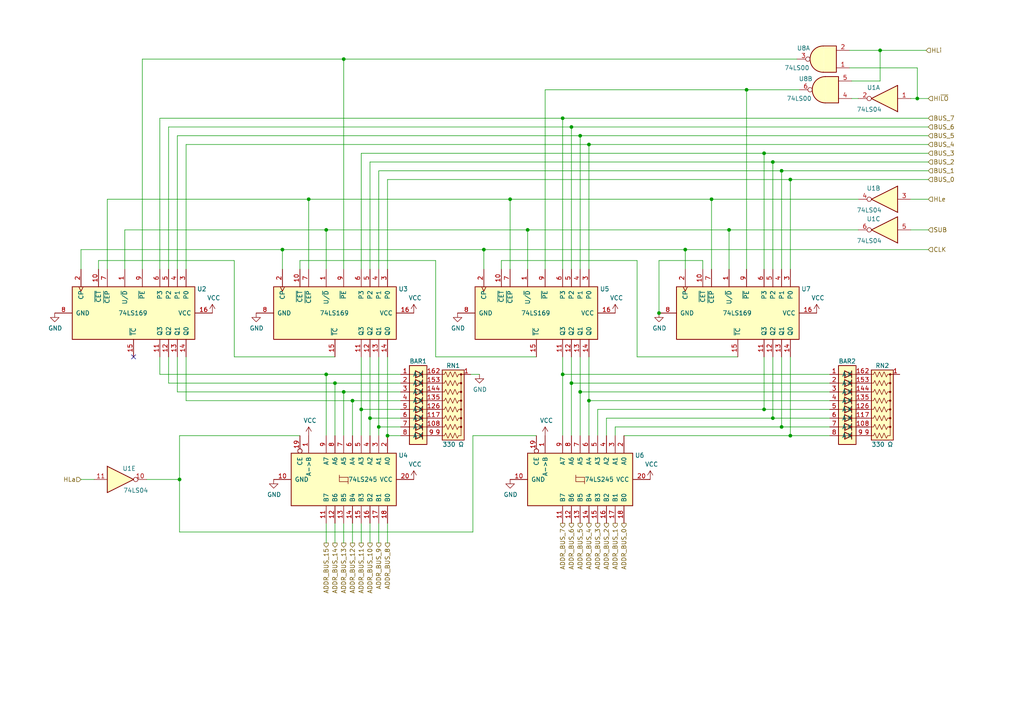
<source format=kicad_sch>
(kicad_sch (version 20211123) (generator eeschema)
  (paper "A4")
  (title_block (title "HL Register") (comment 1 "HLi - read in from data bus to byte according to HI~LO~") (comment 2 "HLe - increment or decrement according to SUB") (comment 3 "HLa - write register value to address bus"))
  (lib_symbols
    (symbol "74xx:74LS00" (pin_names (offset 1.016))
      (property "Reference" "U" (at 0 1.27 0))
      (property "Value" "74LS00" (at 0 -1.27 0))
      (symbol "74LS00_1_1"
        (arc (start 0 -3.81) (mid 3.81 0) (end 0 3.81) (stroke (width 0.254)) (fill (type background)))
        (polyline (pts (xy 0 3.81) (xy -3.81 3.81) (xy -3.81 -3.81) (xy 0 -3.81)) (stroke (width 0.254)) (fill (type background)))
        (pin input line (at -7.62 2.54 0) (length 3.81) (name "~") (number "1"))
        (pin input line (at -7.62 -2.54 0) (length 3.81) (name "~") (number "2"))
        (pin output inverted (at 7.62 0 180) (length 3.81) (name "~") (number "3"))
      )
      (symbol "74LS00_1_2"
        (arc (start -3.81 -3.81) (mid -2.589 0) (end -3.81 3.81) (stroke (width 0.254)))
        (arc (start -0.6096 -3.81) (mid 2.1855 -2.584) (end 3.81 0) (stroke (width 0.254)) (fill (type background)))
        (polyline (pts (xy -3.81 -3.81) (xy -0.635 -3.81)) (stroke (width 0.254)) (fill (type background)))
        (polyline (pts (xy -3.81 3.81) (xy -0.635 3.81)) (stroke (width 0.254)) (fill (type background)))
        (polyline (pts (xy -0.635 3.81) (xy -3.81 3.81) (xy -3.81 3.81) (xy -3.556 3.4036) (xy -3.0226 2.2606) (xy -2.6924 1.0414) (xy -2.6162 -0.254) (xy -2.7686 -1.4986) (xy -3.175 -2.7178) (xy -3.81 -3.81) (xy -3.81 -3.81) (xy -0.635 -3.81)) (stroke (width -25.4)) (fill (type background)))
        (arc (start 3.81 0) (mid 2.1928 2.5925) (end -0.6096 3.81) (stroke (width 0.254)) (fill (type background)))
        (pin input inverted (at -7.62 2.54 0) (length 4.318) (name "~") (number "1"))
        (pin input inverted (at -7.62 -2.54 0) (length 4.318) (name "~") (number "2"))
        (pin output line (at 7.62 0 180) (length 3.81) (name "~") (number "3"))
      )
      (symbol "74LS00_2_1"
        (arc (start 0 -3.81) (mid 3.81 0) (end 0 3.81) (stroke (width 0.254)) (fill (type background)))
        (polyline (pts (xy 0 3.81) (xy -3.81 3.81) (xy -3.81 -3.81) (xy 0 -3.81)) (stroke (width 0.254)) (fill (type background)))
        (pin input line (at -7.62 2.54 0) (length 3.81) (name "~") (number "4"))
        (pin input line (at -7.62 -2.54 0) (length 3.81) (name "~") (number "5"))
        (pin output inverted (at 7.62 0 180) (length 3.81) (name "~") (number "6"))
      )
      (symbol "74LS00_2_2"
        (arc (start -3.81 -3.81) (mid -2.589 0) (end -3.81 3.81) (stroke (width 0.254)))
        (arc (start -0.6096 -3.81) (mid 2.1855 -2.584) (end 3.81 0) (stroke (width 0.254)) (fill (type background)))
        (polyline (pts (xy -3.81 -3.81) (xy -0.635 -3.81)) (stroke (width 0.254)) (fill (type background)))
        (polyline (pts (xy -3.81 3.81) (xy -0.635 3.81)) (stroke (width 0.254)) (fill (type background)))
        (polyline (pts (xy -0.635 3.81) (xy -3.81 3.81) (xy -3.81 3.81) (xy -3.556 3.4036) (xy -3.0226 2.2606) (xy -2.6924 1.0414) (xy -2.6162 -0.254) (xy -2.7686 -1.4986) (xy -3.175 -2.7178) (xy -3.81 -3.81) (xy -3.81 -3.81) (xy -0.635 -3.81)) (stroke (width -25.4)) (fill (type background)))
        (arc (start 3.81 0) (mid 2.1928 2.5925) (end -0.6096 3.81) (stroke (width 0.254)) (fill (type background)))
        (pin input inverted (at -7.62 2.54 0) (length 4.318) (name "~") (number "4"))
        (pin input inverted (at -7.62 -2.54 0) (length 4.318) (name "~") (number "5"))
        (pin output line (at 7.62 0 180) (length 3.81) (name "~") (number "6"))
      )
      (symbol "74LS00_3_1"
        (arc (start 0 -3.81) (mid 3.81 0) (end 0 3.81) (stroke (width 0.254)) (fill (type background)))
        (polyline (pts (xy 0 3.81) (xy -3.81 3.81) (xy -3.81 -3.81) (xy 0 -3.81)) (stroke (width 0.254)) (fill (type background)))
        (pin input line (at -7.62 -2.54 0) (length 3.81) (name "~") (number "10"))
        (pin output inverted (at 7.62 0 180) (length 3.81) (name "~") (number "8"))
        (pin input line (at -7.62 2.54 0) (length 3.81) (name "~") (number "9"))
      )
      (symbol "74LS00_3_2"
        (arc (start -3.81 -3.81) (mid -2.589 0) (end -3.81 3.81) (stroke (width 0.254)))
        (arc (start -0.6096 -3.81) (mid 2.1855 -2.584) (end 3.81 0) (stroke (width 0.254)) (fill (type background)))
        (polyline (pts (xy -3.81 -3.81) (xy -0.635 -3.81)) (stroke (width 0.254)) (fill (type background)))
        (polyline (pts (xy -3.81 3.81) (xy -0.635 3.81)) (stroke (width 0.254)) (fill (type background)))
        (polyline (pts (xy -0.635 3.81) (xy -3.81 3.81) (xy -3.81 3.81) (xy -3.556 3.4036) (xy -3.0226 2.2606) (xy -2.6924 1.0414) (xy -2.6162 -0.254) (xy -2.7686 -1.4986) (xy -3.175 -2.7178) (xy -3.81 -3.81) (xy -3.81 -3.81) (xy -0.635 -3.81)) (stroke (width -25.4)) (fill (type background)))
        (arc (start 3.81 0) (mid 2.1928 2.5925) (end -0.6096 3.81) (stroke (width 0.254)) (fill (type background)))
        (pin input inverted (at -7.62 -2.54 0) (length 4.318) (name "~") (number "10"))
        (pin output line (at 7.62 0 180) (length 3.81) (name "~") (number "8"))
        (pin input inverted (at -7.62 2.54 0) (length 4.318) (name "~") (number "9"))
      )
      (symbol "74LS00_4_1"
        (arc (start 0 -3.81) (mid 3.81 0) (end 0 3.81) (stroke (width 0.254)) (fill (type background)))
        (polyline (pts (xy 0 3.81) (xy -3.81 3.81) (xy -3.81 -3.81) (xy 0 -3.81)) (stroke (width 0.254)) (fill (type background)))
        (pin output inverted (at 7.62 0 180) (length 3.81) (name "~") (number "11"))
        (pin input line (at -7.62 2.54 0) (length 3.81) (name "~") (number "12"))
        (pin input line (at -7.62 -2.54 0) (length 3.81) (name "~") (number "13"))
      )
      (symbol "74LS00_4_2"
        (arc (start -3.81 -3.81) (mid -2.589 0) (end -3.81 3.81) (stroke (width 0.254)))
        (arc (start -0.6096 -3.81) (mid 2.1855 -2.584) (end 3.81 0) (stroke (width 0.254)) (fill (type background)))
        (polyline (pts (xy -3.81 -3.81) (xy -0.635 -3.81)) (stroke (width 0.254)) (fill (type background)))
        (polyline (pts (xy -3.81 3.81) (xy -0.635 3.81)) (stroke (width 0.254)) (fill (type background)))
        (polyline (pts (xy -0.635 3.81) (xy -3.81 3.81) (xy -3.81 3.81) (xy -3.556 3.4036) (xy -3.0226 2.2606) (xy -2.6924 1.0414) (xy -2.6162 -0.254) (xy -2.7686 -1.4986) (xy -3.175 -2.7178) (xy -3.81 -3.81) (xy -3.81 -3.81) (xy -0.635 -3.81)) (stroke (width -25.4)) (fill (type background)))
        (arc (start 3.81 0) (mid 2.1928 2.5925) (end -0.6096 3.81) (stroke (width 0.254)) (fill (type background)))
        (pin output line (at 7.62 0 180) (length 3.81) (name "~") (number "11"))
        (pin input inverted (at -7.62 2.54 0) (length 4.318) (name "~") (number "12"))
        (pin input inverted (at -7.62 -2.54 0) (length 4.318) (name "~") (number "13"))
      )
      (symbol "74LS00_5_0"
        (pin power_in line (at 0 12.7 270) (length 5.08) (name "VCC") (number "14"))
        (pin power_in line (at 0 -12.7 90) (length 5.08) (name "GND") (number "7"))
      )
      (symbol "74LS00_5_1"
        (rectangle (start -5.08 7.62) (end 5.08 -7.62) (stroke (width 0.254)) (fill (type background)))
      )
    )
    (symbol "74xx:74LS04"
      (property "Reference" "U" (at 0 1.27 0))
      (property "Value" "74LS04" (at 0 -1.27 0))
      (symbol "74LS04_1_0"
        (polyline (pts (xy -3.81 3.81) (xy -3.81 -3.81) (xy 3.81 0) (xy -3.81 3.81)) (stroke (width 0.254)) (fill (type background)))
        (pin input line (at -7.62 0 0) (length 3.81) (name "~") (number "1"))
        (pin output inverted (at 7.62 0 180) (length 3.81) (name "~") (number "2"))
      )
      (symbol "74LS04_2_0"
        (polyline (pts (xy -3.81 3.81) (xy -3.81 -3.81) (xy 3.81 0) (xy -3.81 3.81)) (stroke (width 0.254)) (fill (type background)))
        (pin input line (at -7.62 0 0) (length 3.81) (name "~") (number "3"))
        (pin output inverted (at 7.62 0 180) (length 3.81) (name "~") (number "4"))
      )
      (symbol "74LS04_3_0"
        (polyline (pts (xy -3.81 3.81) (xy -3.81 -3.81) (xy 3.81 0) (xy -3.81 3.81)) (stroke (width 0.254)) (fill (type background)))
        (pin input line (at -7.62 0 0) (length 3.81) (name "~") (number "5"))
        (pin output inverted (at 7.62 0 180) (length 3.81) (name "~") (number "6"))
      )
      (symbol "74LS04_4_0"
        (polyline (pts (xy -3.81 3.81) (xy -3.81 -3.81) (xy 3.81 0) (xy -3.81 3.81)) (stroke (width 0.254)) (fill (type background)))
        (pin output inverted (at 7.62 0 180) (length 3.81) (name "~") (number "8"))
        (pin input line (at -7.62 0 0) (length 3.81) (name "~") (number "9"))
      )
      (symbol "74LS04_5_0"
        (polyline (pts (xy -3.81 3.81) (xy -3.81 -3.81) (xy 3.81 0) (xy -3.81 3.81)) (stroke (width 0.254)) (fill (type background)))
        (pin output inverted (at 7.62 0 180) (length 3.81) (name "~") (number "10"))
        (pin input line (at -7.62 0 0) (length 3.81) (name "~") (number "11"))
      )
      (symbol "74LS04_6_0"
        (polyline (pts (xy -3.81 3.81) (xy -3.81 -3.81) (xy 3.81 0) (xy -3.81 3.81)) (stroke (width 0.254)) (fill (type background)))
        (pin output inverted (at 7.62 0 180) (length 3.81) (name "~") (number "12"))
        (pin input line (at -7.62 0 0) (length 3.81) (name "~") (number "13"))
      )
      (symbol "74LS04_7_0"
        (pin power_in line (at 0 12.7 270) (length 5.08) (name "VCC") (number "14"))
        (pin power_in line (at 0 -12.7 90) (length 5.08) (name "GND") (number "7"))
      )
      (symbol "74LS04_7_1"
        (rectangle (start -5.08 7.62) (end 5.08 -7.62) (stroke (width 0.254)) (fill (type background)))
      )
    )
    (symbol "74xx:74LS169" (pin_names (offset 1.016))
      (property "Reference" "U" (at -7.62 19.05 0))
      (property "Value" "74LS169" (at -7.62 -19.05 0))
      (symbol "74LS169_1_0"
        (pin input line (at -12.7 -2.54 0) (length 5.08) (name "U/~{D}") (number "1"))
        (pin input line (at -12.7 -10.16 0) (length 5.08) (name "~{CET}") (number "10"))
        (pin output line (at 12.7 7.62 180) (length 5.08) (name "Q3") (number "11"))
        (pin output line (at 12.7 10.16 180) (length 5.08) (name "Q2") (number "12"))
        (pin output line (at 12.7 12.7 180) (length 5.08) (name "Q1") (number "13"))
        (pin output line (at 12.7 15.24 180) (length 5.08) (name "Q0") (number "14"))
        (pin output line (at 12.7 0 180) (length 5.08) (name "~{TC}") (number "15"))
        (pin power_in line (at 0 22.86 270) (length 5.08) (name "VCC") (number "16"))
        (pin input clock (at -12.7 -15.24 0) (length 5.08) (name "CP") (number "2"))
        (pin input line (at -12.7 15.24 0) (length 5.08) (name "P0") (number "3"))
        (pin input line (at -12.7 12.7 0) (length 5.08) (name "P1") (number "4"))
        (pin input line (at -12.7 10.16 0) (length 5.08) (name "P2") (number "5"))
        (pin input line (at -12.7 7.62 0) (length 5.08) (name "P3") (number "6"))
        (pin input line (at -12.7 -7.62 0) (length 5.08) (name "~{CEP}") (number "7"))
        (pin power_in line (at 0 -22.86 90) (length 5.08) (name "GND") (number "8"))
        (pin input line (at -12.7 2.54 0) (length 5.08) (name "~{PE}") (number "9"))
      )
      (symbol "74LS169_1_1"
        (rectangle (start -7.62 17.78) (end 7.62 -17.78) (stroke (width 0.254)) (fill (type background)))
      )
    )
    (symbol "74xx:74LS245" (pin_names (offset 1.016))
      (property "Reference" "U" (at -7.62 16.51 0))
      (property "Value" "74LS245" (at -7.62 -16.51 0))
      (symbol "74LS245_1_0"
        (polyline (pts (xy -0.635 -1.27) (xy -0.635 1.27) (xy 0.635 1.27)))
        (polyline (pts (xy -1.27 -1.27) (xy 0.635 -1.27) (xy 0.635 1.27) (xy 1.27 1.27)))
        (pin input line (at -12.7 -10.16 0) (length 5.08) (name "A->B") (number "1"))
        (pin power_in line (at 0 -20.32 90) (length 5.08) (name "GND") (number "10"))
        (pin tri_state line (at 12.7 -5.08 180) (length 5.08) (name "B7") (number "11"))
        (pin tri_state line (at 12.7 -2.54 180) (length 5.08) (name "B6") (number "12"))
        (pin tri_state line (at 12.7 0 180) (length 5.08) (name "B5") (number "13"))
        (pin tri_state line (at 12.7 2.54 180) (length 5.08) (name "B4") (number "14"))
        (pin tri_state line (at 12.7 5.08 180) (length 5.08) (name "B3") (number "15"))
        (pin tri_state line (at 12.7 7.62 180) (length 5.08) (name "B2") (number "16"))
        (pin tri_state line (at 12.7 10.16 180) (length 5.08) (name "B1") (number "17"))
        (pin tri_state line (at 12.7 12.7 180) (length 5.08) (name "B0") (number "18"))
        (pin input inverted (at -12.7 -12.7 0) (length 5.08) (name "CE") (number "19"))
        (pin tri_state line (at -12.7 12.7 0) (length 5.08) (name "A0") (number "2"))
        (pin power_in line (at 0 20.32 270) (length 5.08) (name "VCC") (number "20"))
        (pin tri_state line (at -12.7 10.16 0) (length 5.08) (name "A1") (number "3"))
        (pin tri_state line (at -12.7 7.62 0) (length 5.08) (name "A2") (number "4"))
        (pin tri_state line (at -12.7 5.08 0) (length 5.08) (name "A3") (number "5"))
        (pin tri_state line (at -12.7 2.54 0) (length 5.08) (name "A4") (number "6"))
        (pin tri_state line (at -12.7 0 0) (length 5.08) (name "A5") (number "7"))
        (pin tri_state line (at -12.7 -2.54 0) (length 5.08) (name "A6") (number "8"))
        (pin tri_state line (at -12.7 -5.08 0) (length 5.08) (name "A7") (number "9"))
      )
      (symbol "74LS245_1_1"
        (rectangle (start -7.62 15.24) (end 7.62 -15.24) (stroke (width 0.254)) (fill (type background)))
      )
    )
    (symbol "Device:R_Network08_US" (pin_names (offset 0) hide)
      (property "Reference" "RN" (at -12.7 0 90))
      (property "Value" "R_Network08_US" (at 10.16 0 90))
      (symbol "R_Network08_US_0_1"
        (rectangle (start -11.43 -3.175) (end 8.89 3.175) (stroke (width 0.254)) (fill (type background)))
        (circle (center -10.16 2.286) (radius 0.254) (fill (type outline)))
        (circle (center -7.62 2.286) (radius 0.254) (fill (type outline)))
        (circle (center -5.08 2.286) (radius 0.254) (fill (type outline)))
        (circle (center -2.54 2.286) (radius 0.254) (fill (type outline)))
        (polyline (pts (xy -10.16 2.286) (xy 7.62 2.286)))
        (polyline (pts (xy -10.16 2.286) (xy -10.16 1.524) (xy -9.398 1.1684) (xy -10.922 0.508) (xy -9.398 -0.1524) (xy -10.922 -0.8382) (xy -9.398 -1.524) (xy -10.922 -2.1844) (xy -10.16 -2.54) (xy -10.16 -3.81)))
        (polyline (pts (xy -7.62 2.286) (xy -7.62 1.524) (xy -6.858 1.1684) (xy -8.382 0.508) (xy -6.858 -0.1524) (xy -8.382 -0.8382) (xy -6.858 -1.524) (xy -8.382 -2.1844) (xy -7.62 -2.54) (xy -7.62 -3.81)))
        (polyline (pts (xy -5.08 2.286) (xy -5.08 1.524) (xy -4.318 1.1684) (xy -5.842 0.508) (xy -4.318 -0.1524) (xy -5.842 -0.8382) (xy -4.318 -1.524) (xy -5.842 -2.1844) (xy -5.08 -2.54) (xy -5.08 -3.81)))
        (polyline (pts (xy -2.54 2.286) (xy -2.54 1.524) (xy -1.778 1.1684) (xy -3.302 0.508) (xy -1.778 -0.1524) (xy -3.302 -0.8382) (xy -1.778 -1.524) (xy -3.302 -2.1844) (xy -2.54 -2.54) (xy -2.54 -3.81)))
        (polyline (pts (xy 0 2.286) (xy 0 1.524) (xy 0.762 1.1684) (xy -0.762 0.508) (xy 0.762 -0.1524) (xy -0.762 -0.8382) (xy 0.762 -1.524) (xy -0.762 -2.1844) (xy 0 -2.54) (xy 0 -3.81)))
        (polyline (pts (xy 2.54 2.286) (xy 2.54 1.524) (xy 3.302 1.1684) (xy 1.778 0.508) (xy 3.302 -0.1524) (xy 1.778 -0.8382) (xy 3.302 -1.524) (xy 1.778 -2.1844) (xy 2.54 -2.54) (xy 2.54 -3.81)))
        (polyline (pts (xy 5.08 2.286) (xy 5.08 1.524) (xy 5.842 1.1684) (xy 4.318 0.508) (xy 5.842 -0.1524) (xy 4.318 -0.8382) (xy 5.842 -1.524) (xy 4.318 -2.1844) (xy 5.08 -2.54) (xy 5.08 -3.81)))
        (polyline (pts (xy 7.62 2.286) (xy 7.62 1.524) (xy 8.382 1.1684) (xy 6.858 0.508) (xy 8.382 -0.1524) (xy 6.858 -0.8382) (xy 8.382 -1.524) (xy 6.858 -2.1844) (xy 7.62 -2.54) (xy 7.62 -3.81)))
        (circle (center 0 2.286) (radius 0.254) (fill (type outline)))
        (circle (center 2.54 2.286) (radius 0.254) (fill (type outline)))
        (circle (center 5.08 2.286) (radius 0.254) (fill (type outline)))
      )
      (symbol "R_Network08_US_1_1"
        (pin passive line (at -10.16 5.08 270) (length 2.54) (name "common") (number "1"))
        (pin passive line (at -10.16 -5.08 90) (length 1.27) (name "R1") (number "2"))
        (pin passive line (at -7.62 -5.08 90) (length 1.27) (name "R2") (number "3"))
        (pin passive line (at -5.08 -5.08 90) (length 1.27) (name "R3") (number "4"))
        (pin passive line (at -2.54 -5.08 90) (length 1.27) (name "R4") (number "5"))
        (pin passive line (at 0 -5.08 90) (length 1.27) (name "R5") (number "6"))
        (pin passive line (at 2.54 -5.08 90) (length 1.27) (name "R6") (number "7"))
        (pin passive line (at 5.08 -5.08 90) (length 1.27) (name "R7") (number "8"))
        (pin passive line (at 7.62 -5.08 90) (length 1.27) (name "R8") (number "9"))
      )
    )
    (symbol "common-symbols:BarGraphLED_8P" (pin_names (offset 1.016))
      (property "Reference" "BAR" (at 0 13.97 0))
      (property "Value" "BarGraphLED_8P" (at 0 -12.065 0))
      (symbol "BarGraphLED_8P_1_1"
        (rectangle (start -2.54 12.7) (end 2.54 -10.16) (stroke (width 0.254)) (fill (type background)))
        (polyline (pts (xy -2.54 -7.62) (xy 2.54 -7.62)))
        (polyline (pts (xy -2.54 -5.08) (xy 2.54 -5.08)))
        (polyline (pts (xy -2.54 0) (xy 2.54 0)))
        (polyline (pts (xy -2.54 5.08) (xy 2.54 5.08)))
        (polyline (pts (xy -2.54 7.62) (xy 2.54 7.62)))
        (polyline (pts (xy -2.54 10.16) (xy 2.54 10.16)))
        (polyline (pts (xy 1.27 -6.604) (xy 1.27 -8.636)) (stroke (width 0.254)))
        (polyline (pts (xy 1.27 -4.064) (xy 1.27 -6.096)) (stroke (width 0.254)))
        (polyline (pts (xy 1.27 -1.524) (xy 1.27 -3.556)) (stroke (width 0.254)))
        (polyline (pts (xy 1.27 1.016) (xy 1.27 -1.016)) (stroke (width 0.254)))
        (polyline (pts (xy 1.27 3.556) (xy 1.27 1.524)) (stroke (width 0.254)))
        (polyline (pts (xy 1.27 6.096) (xy 1.27 4.064)) (stroke (width 0.254)))
        (polyline (pts (xy 1.27 8.636) (xy 1.27 6.604)) (stroke (width 0.254)))
        (polyline (pts (xy 1.27 11.176) (xy 1.27 9.144)) (stroke (width 0.254)))
        (polyline (pts (xy 2.54 -2.54) (xy -2.54 -2.54)))
        (polyline (pts (xy 2.54 2.54) (xy -2.54 2.54)))
        (polyline (pts (xy -0.762 -6.604) (xy -0.762 -8.636) (xy 1.27 -7.62) (xy -0.762 -6.604)) (stroke (width 0.254)))
        (polyline (pts (xy -0.762 -4.064) (xy -0.762 -6.096) (xy 1.27 -5.08) (xy -0.762 -4.064)) (stroke (width 0.254)))
        (polyline (pts (xy -0.762 -1.524) (xy -0.762 -3.556) (xy 1.27 -2.54) (xy -0.762 -1.524)) (stroke (width 0.254)))
        (polyline (pts (xy -0.762 1.016) (xy -0.762 -1.016) (xy 1.27 0) (xy -0.762 1.016)) (stroke (width 0.254)))
        (polyline (pts (xy -0.762 3.556) (xy -0.762 1.524) (xy 1.27 2.54) (xy -0.762 3.556)) (stroke (width 0.254)))
        (polyline (pts (xy -0.762 6.096) (xy -0.762 4.064) (xy 1.27 5.08) (xy -0.762 6.096)) (stroke (width 0.254)))
        (polyline (pts (xy -0.762 8.636) (xy -0.762 6.604) (xy 1.27 7.62) (xy -0.762 8.636)) (stroke (width 0.254)))
        (polyline (pts (xy -0.762 11.176) (xy -0.762 9.144) (xy 1.27 10.16) (xy -0.762 11.176)) (stroke (width 0.254)))
        (pin passive line (at -5.08 10.16 0) (length 2.54) (name "A") (number "1"))
        (pin passive line (at 5.08 -5.08 180) (length 2.54) (name "K") (number "10"))
        (pin passive line (at 5.08 -2.54 180) (length 2.54) (name "K") (number "11"))
        (pin passive line (at 5.08 0 180) (length 2.54) (name "K") (number "12"))
        (pin passive line (at 5.08 2.54 180) (length 2.54) (name "K") (number "13"))
        (pin passive line (at 5.08 5.08 180) (length 2.54) (name "K") (number "14"))
        (pin passive line (at 5.08 7.62 180) (length 2.54) (name "K") (number "15"))
        (pin passive line (at 5.08 10.16 180) (length 2.54) (name "K") (number "16"))
        (pin passive line (at -5.08 7.62 0) (length 2.54) (name "A") (number "2"))
        (pin passive line (at -5.08 5.08 0) (length 2.54) (name "A") (number "3"))
        (pin passive line (at -5.08 2.54 0) (length 2.54) (name "A") (number "4"))
        (pin passive line (at -5.08 0 0) (length 2.54) (name "A") (number "5"))
        (pin passive line (at -5.08 -2.54 0) (length 2.54) (name "A") (number "6"))
        (pin passive line (at -5.08 -5.08 0) (length 2.54) (name "A") (number "7"))
        (pin passive line (at -5.08 -7.62 0) (length 2.54) (name "A") (number "8"))
        (pin passive line (at 5.08 -7.62 180) (length 2.54) (name "K") (number "9"))
      )
    )
    (symbol "power:GND" (power) (pin_names (offset 0))
      (property "Value" "GND" (at 0 -3.81 0))
      (symbol "GND_0_1"
        (polyline (pts (xy 0 0) (xy 0 -1.27) (xy 1.27 -1.27) (xy 0 -2.54) (xy -1.27 -1.27) (xy 0 -1.27)))
      )
      (symbol "GND_1_1"
        (pin power_in line (at 0 0 270) (length 0) hide (name "GND") (number "1"))
      )
    )
    (symbol "power:VCC" (power) (pin_names (offset 0))
      (property "Value" "VCC" (at 0 3.81 0))
      (symbol "VCC_0_1"
        (polyline (pts (xy -0.762 1.27) (xy 0 2.54)))
        (polyline (pts (xy 0 0) (xy 0 2.54)))
        (polyline (pts (xy 0 2.54) (xy 0.762 1.27)))
      )
      (symbol "VCC_1_1"
        (pin power_in line (at 0 0 90) (length 0) hide (name "VCC") (number "1"))
      )
    )
  )
  (junction (at 221.615 44.45))
  (junction (at 165.735 36.83))
  (junction (at 229.235 52.07))
  (junction (at 81.915 72.39))
  (junction (at 221.615 118.745))
  (junction (at 226.695 123.825))
  (junction (at 99.695 17.145))
  (junction (at 94.615 66.675))
  (junction (at 206.375 57.785))
  (junction (at 224.155 121.285))
  (junction (at 211.455 66.675))
  (junction (at 226.695 49.53))
  (junction (at 255.27 14.605))
  (junction (at 112.395 126.365))
  (junction (at 163.195 108.585))
  (junction (at 266.065 28.575))
  (junction (at 168.275 113.665))
  (junction (at 89.535 57.785))
  (junction (at 147.955 57.785))
  (junction (at 165.735 111.125))
  (junction (at 170.815 41.91))
  (junction (at 94.615 108.585))
  (junction (at 170.815 116.205))
  (junction (at 97.155 111.125))
  (junction (at 109.855 123.825))
  (junction (at 216.535 26.035))
  (junction (at 153.035 66.675))
  (junction (at 107.315 121.285))
  (junction (at 191.135 90.805))
  (junction (at 163.195 34.29))
  (junction (at 140.335 72.39))
  (junction (at 229.235 126.365))
  (junction (at 198.755 72.39))
  (junction (at 168.275 39.37))
  (junction (at 99.695 113.665))
  (junction (at 224.155 46.99))
  (junction (at 104.775 118.745))
  (junction (at 102.235 116.205))
  (junction (at 52.07 139.065))
  (no_connect (at 38.735 103.505))
  (wire (pts (xy 116.205 111.125) (xy 97.155 111.125)))
  (wire (pts (xy 51.435 39.37) (xy 51.435 78.105)))
  (wire (pts (xy 109.855 123.825) (xy 109.855 103.505)))
  (wire (pts (xy 94.615 108.585) (xy 94.615 126.365)))
  (wire (pts (xy 211.455 66.675) (xy 153.035 66.675)))
  (wire (pts (xy 94.615 66.675) (xy 36.195 66.675)))
  (wire (pts (xy 170.815 103.505) (xy 170.815 116.205)))
  (wire (pts (xy 229.235 52.07) (xy 229.235 78.105)))
  (wire (pts (xy 198.755 72.39) (xy 198.755 78.105)))
  (wire (pts (xy 52.07 154.305) (xy 137.16 154.305)))
  (wire (pts (xy 203.835 75.565) (xy 191.135 75.565)))
  (wire (pts (xy 231.775 26.035) (xy 216.535 26.035)))
  (wire (pts (xy 269.24 57.785) (xy 264.16 57.785)))
  (wire (pts (xy 269.24 39.37) (xy 168.275 39.37)))
  (wire (pts (xy 165.735 126.365) (xy 165.735 111.125)))
  (wire (pts (xy 268.605 14.605) (xy 255.27 14.605)))
  (wire (pts (xy 52.07 139.065) (xy 52.07 154.305)))
  (wire (pts (xy 216.535 26.035) (xy 216.535 78.105)))
  (wire (pts (xy 206.375 57.785) (xy 147.955 57.785)))
  (wire (pts (xy 269.24 52.07) (xy 229.235 52.07)))
  (wire (pts (xy 97.155 103.505) (xy 67.945 103.505)))
  (wire (pts (xy 216.535 26.035) (xy 158.115 26.035)))
  (wire (pts (xy 240.665 108.585) (xy 163.195 108.585)))
  (wire (pts (xy 107.315 126.365) (xy 107.315 121.285)))
  (wire (pts (xy 240.665 113.665) (xy 168.275 113.665)))
  (wire (pts (xy 102.235 151.765) (xy 102.235 157.48)))
  (wire (pts (xy 48.895 111.125) (xy 48.895 103.505)))
  (wire (pts (xy 180.975 126.365) (xy 229.235 126.365)))
  (wire (pts (xy 269.24 66.675) (xy 264.16 66.675)))
  (wire (pts (xy 226.695 123.825) (xy 240.665 123.825)))
  (wire (pts (xy 255.27 23.495) (xy 255.27 14.605)))
  (wire (pts (xy 116.205 113.665) (xy 99.695 113.665)))
  (wire (pts (xy 221.615 118.745) (xy 221.615 103.505)))
  (wire (pts (xy 173.355 126.365) (xy 173.355 118.745)))
  (wire (pts (xy 137.16 154.305) (xy 137.16 126.365)))
  (wire (pts (xy 112.395 151.765) (xy 112.395 157.48)))
  (wire (pts (xy 81.915 72.39) (xy 81.915 78.105)))
  (wire (pts (xy 229.235 52.07) (xy 112.395 52.07)))
  (wire (pts (xy 116.205 108.585) (xy 94.615 108.585)))
  (wire (pts (xy 147.955 57.785) (xy 89.535 57.785)))
  (wire (pts (xy 229.235 126.365) (xy 240.665 126.365)))
  (wire (pts (xy 163.195 126.365) (xy 163.195 108.585)))
  (wire (pts (xy 211.455 66.675) (xy 211.455 78.105)))
  (wire (pts (xy 269.24 41.91) (xy 170.815 41.91)))
  (wire (pts (xy 94.615 108.585) (xy 46.355 108.585)))
  (wire (pts (xy 168.275 39.37) (xy 51.435 39.37)))
  (wire (pts (xy 97.155 111.125) (xy 48.895 111.125)))
  (wire (pts (xy 104.775 44.45) (xy 104.775 78.105)))
  (wire (pts (xy 224.155 121.285) (xy 240.665 121.285)))
  (wire (pts (xy 247.015 23.495) (xy 255.27 23.495)))
  (wire (pts (xy 112.395 103.505) (xy 112.395 126.365)))
  (wire (pts (xy 240.665 116.205) (xy 170.815 116.205)))
  (wire (pts (xy 99.695 17.145) (xy 41.275 17.145)))
  (wire (pts (xy 140.335 72.39) (xy 81.915 72.39)))
  (wire (pts (xy 266.065 28.575) (xy 266.065 19.685)))
  (wire (pts (xy 41.275 17.145) (xy 41.275 78.105)))
  (wire (pts (xy 168.275 113.665) (xy 168.275 126.365)))
  (wire (pts (xy 104.775 103.505) (xy 104.775 118.745)))
  (wire (pts (xy 170.815 41.91) (xy 53.975 41.91)))
  (wire (pts (xy 153.035 66.675) (xy 94.615 66.675)))
  (wire (pts (xy 147.955 57.785) (xy 147.955 78.105)))
  (wire (pts (xy 31.115 57.785) (xy 31.115 78.105)))
  (wire (pts (xy 163.195 108.585) (xy 163.195 103.505)))
  (wire (pts (xy 46.355 34.29) (xy 46.355 78.105)))
  (wire (pts (xy 140.335 72.39) (xy 140.335 78.105)))
  (wire (pts (xy 46.355 108.585) (xy 46.355 103.505)))
  (wire (pts (xy 107.315 121.285) (xy 107.315 103.505)))
  (wire (pts (xy 107.315 46.99) (xy 107.315 78.105)))
  (wire (pts (xy 97.155 151.765) (xy 97.155 157.48)))
  (wire (pts (xy 269.24 44.45) (xy 221.615 44.45)))
  (wire (pts (xy 116.205 116.205) (xy 102.235 116.205)))
  (wire (pts (xy 165.735 36.83) (xy 48.895 36.83)))
  (wire (pts (xy 221.615 44.45) (xy 104.775 44.45)))
  (wire (pts (xy 86.995 75.565) (xy 86.995 78.105)))
  (wire (pts (xy 104.775 118.745) (xy 104.775 126.365)))
  (wire (pts (xy 52.07 139.065) (xy 52.07 126.365)))
  (wire (pts (xy 231.14 17.145) (xy 99.695 17.145)))
  (wire (pts (xy 269.24 36.83) (xy 165.735 36.83)))
  (wire (pts (xy 67.945 103.505) (xy 67.945 75.565)))
  (wire (pts (xy 269.24 72.39) (xy 198.755 72.39)))
  (wire (pts (xy 213.995 103.505) (xy 184.785 103.505)))
  (wire (pts (xy 184.785 75.565) (xy 145.415 75.565)))
  (wire (pts (xy 226.695 49.53) (xy 226.695 78.105)))
  (wire (pts (xy 248.92 66.675) (xy 211.455 66.675)))
  (wire (pts (xy 99.695 17.145) (xy 99.695 78.105)))
  (wire (pts (xy 36.195 66.675) (xy 36.195 78.105)))
  (wire (pts (xy 165.735 36.83) (xy 165.735 78.105)))
  (wire (pts (xy 51.435 113.665) (xy 51.435 103.505)))
  (wire (pts (xy 173.355 118.745) (xy 221.615 118.745)))
  (wire (pts (xy 137.16 126.365) (xy 155.575 126.365)))
  (wire (pts (xy 224.155 46.99) (xy 107.315 46.99)))
  (wire (pts (xy 28.575 75.565) (xy 28.575 78.105)))
  (wire (pts (xy 269.24 34.29) (xy 163.195 34.29)))
  (wire (pts (xy 136.525 108.585) (xy 139.065 108.585)))
  (wire (pts (xy 89.535 57.785) (xy 31.115 57.785)))
  (wire (pts (xy 153.035 66.675) (xy 153.035 78.105)))
  (wire (pts (xy 191.135 75.565) (xy 191.135 90.805)))
  (wire (pts (xy 81.915 72.39) (xy 23.495 72.39)))
  (wire (pts (xy 97.155 111.125) (xy 97.155 126.365)))
  (wire (pts (xy 224.155 46.99) (xy 224.155 78.105)))
  (wire (pts (xy 269.24 28.575) (xy 266.065 28.575)))
  (wire (pts (xy 112.395 52.07) (xy 112.395 78.105)))
  (wire (pts (xy 165.735 111.125) (xy 165.735 103.505)))
  (wire (pts (xy 168.275 39.37) (xy 168.275 78.105)))
  (wire (pts (xy 170.815 116.205) (xy 170.815 126.365)))
  (wire (pts (xy 126.365 103.505) (xy 126.365 75.565)))
  (wire (pts (xy 116.205 121.285) (xy 107.315 121.285)))
  (wire (pts (xy 126.365 75.565) (xy 86.995 75.565)))
  (wire (pts (xy 104.775 157.48) (xy 104.775 151.765)))
  (wire (pts (xy 48.895 36.83) (xy 48.895 78.105)))
  (wire (pts (xy 163.195 34.29) (xy 163.195 78.105)))
  (wire (pts (xy 99.695 113.665) (xy 51.435 113.665)))
  (wire (pts (xy 116.205 123.825) (xy 109.855 123.825)))
  (wire (pts (xy 116.205 118.745) (xy 104.775 118.745)))
  (wire (pts (xy 269.24 46.99) (xy 224.155 46.99)))
  (wire (pts (xy 266.065 19.685) (xy 246.38 19.685)))
  (wire (pts (xy 224.155 121.285) (xy 224.155 103.505)))
  (wire (pts (xy 175.895 121.285) (xy 224.155 121.285)))
  (wire (pts (xy 102.235 116.205) (xy 53.975 116.205)))
  (wire (pts (xy 168.275 103.505) (xy 168.275 113.665)))
  (wire (pts (xy 102.235 116.205) (xy 102.235 126.365)))
  (wire (pts (xy 109.855 49.53) (xy 109.855 78.105)))
  (wire (pts (xy 109.855 157.48) (xy 109.855 151.765)))
  (wire (pts (xy 53.975 41.91) (xy 53.975 78.105)))
  (wire (pts (xy 107.315 151.765) (xy 107.315 157.48)))
  (wire (pts (xy 158.115 26.035) (xy 158.115 78.105)))
  (wire (pts (xy 198.755 72.39) (xy 140.335 72.39)))
  (wire (pts (xy 226.695 123.825) (xy 226.695 103.505)))
  (wire (pts (xy 94.615 66.675) (xy 94.615 78.105)))
  (wire (pts (xy 255.27 14.605) (xy 246.38 14.605)))
  (wire (pts (xy 221.615 118.745) (xy 240.665 118.745)))
  (wire (pts (xy 203.835 78.105) (xy 203.835 75.565)))
  (wire (pts (xy 178.435 126.365) (xy 178.435 123.825)))
  (wire (pts (xy 248.92 57.785) (xy 206.375 57.785)))
  (wire (pts (xy 229.235 126.365) (xy 229.235 103.505)))
  (wire (pts (xy 178.435 123.825) (xy 226.695 123.825)))
  (wire (pts (xy 67.945 75.565) (xy 28.575 75.565)))
  (wire (pts (xy 155.575 103.505) (xy 126.365 103.505)))
  (wire (pts (xy 109.855 126.365) (xy 109.855 123.825)))
  (wire (pts (xy 221.615 44.45) (xy 221.615 78.105)))
  (wire (pts (xy 226.695 49.53) (xy 109.855 49.53)))
  (wire (pts (xy 145.415 75.565) (xy 145.415 78.105)))
  (wire (pts (xy 23.495 72.39) (xy 23.495 78.105)))
  (wire (pts (xy 266.065 28.575) (xy 264.16 28.575)))
  (wire (pts (xy 112.395 126.365) (xy 116.205 126.365)))
  (wire (pts (xy 23.495 139.065) (xy 27.305 139.065)))
  (wire (pts (xy 42.545 139.065) (xy 52.07 139.065)))
  (wire (pts (xy 184.785 103.505) (xy 184.785 75.565)))
  (wire (pts (xy 52.07 126.365) (xy 86.995 126.365)))
  (wire (pts (xy 175.895 126.365) (xy 175.895 121.285)))
  (wire (pts (xy 170.815 41.91) (xy 170.815 78.105)))
  (wire (pts (xy 240.665 111.125) (xy 165.735 111.125)))
  (wire (pts (xy 206.375 57.785) (xy 206.375 78.105)))
  (wire (pts (xy 99.695 113.665) (xy 99.695 126.365)))
  (wire (pts (xy 247.015 28.575) (xy 248.92 28.575)))
  (wire (pts (xy 163.195 34.29) (xy 46.355 34.29)))
  (wire (pts (xy 53.975 116.205) (xy 53.975 103.505)))
  (wire (pts (xy 89.535 57.785) (xy 89.535 78.105)))
  (wire (pts (xy 94.615 157.48) (xy 94.615 151.765)))
  (wire (pts (xy 99.695 157.48) (xy 99.695 151.765)))
  (wire (pts (xy 269.24 49.53) (xy 226.695 49.53)))
  (hierarchical_label "ADDR_BUS_14" (shape output) (at 97.155 157.48 270))
  (hierarchical_label "BUS_7" (shape input) (at 269.24 34.29 0))
  (hierarchical_label "ADDR_BUS_13" (shape output) (at 99.695 157.48 270))
  (hierarchical_label "SUB" (shape input) (at 269.24 66.675 0))
  (hierarchical_label "ADDR_BUS_8" (shape output) (at 112.395 157.48 270))
  (hierarchical_label "ADDR_BUS_10" (shape output) (at 107.315 157.48 270))
  (hierarchical_label "BUS_0" (shape input) (at 269.24 52.07 0))
  (hierarchical_label "BUS_5" (shape input) (at 269.24 39.37 0))
  (hierarchical_label "HLi" (shape input) (at 268.605 14.605 0))
  (hierarchical_label "ADDR_BUS_11" (shape output) (at 104.775 157.48 270))
  (hierarchical_label "ADDR_BUS_5" (shape output) (at 168.275 151.765 270))
  (hierarchical_label "ADDR_BUS_3" (shape output) (at 173.355 151.765 270))
  (hierarchical_label "BUS_6" (shape input) (at 269.24 36.83 0))
  (hierarchical_label "BUS_3" (shape input) (at 269.24 44.45 0))
  (hierarchical_label "ADDR_BUS_6" (shape output) (at 165.735 151.765 270))
  (hierarchical_label "CLK" (shape input) (at 269.24 72.39 0))
  (hierarchical_label "ADDR_BUS_9" (shape output) (at 109.855 157.48 270))
  (hierarchical_label "BUS_2" (shape input) (at 269.24 46.99 0))
  (hierarchical_label "HI~{LO}" (shape input) (at 269.24 28.575 0))
  (hierarchical_label "ADDR_BUS_2" (shape output) (at 175.895 151.765 270))
  (hierarchical_label "ADDR_BUS_0" (shape output) (at 180.975 151.765 270))
  (hierarchical_label "BUS_4" (shape input) (at 269.24 41.91 0))
  (hierarchical_label "ADDR_BUS_15" (shape output) (at 94.615 157.48 270))
  (hierarchical_label "ADDR_BUS_4" (shape output) (at 170.815 151.765 270))
  (hierarchical_label "BUS_1" (shape input) (at 269.24 49.53 0))
  (hierarchical_label "ADDR_BUS_12" (shape output) (at 102.235 157.48 270))
  (hierarchical_label "HLe" (shape input) (at 269.24 57.785 0))
  (hierarchical_label "ADDR_BUS_7" (shape output) (at 163.195 151.765 270))
  (hierarchical_label "HLa" (shape input) (at 23.495 139.065 180))
  (hierarchical_label "ADDR_BUS_1" (shape output) (at 178.435 151.765 270))
  (symbol (lib_id "74xx:74LS169") (at 213.995 90.805 270) (unit 1)
    (property "Reference" "U7" (at 232.41 83.82 90) (effects (justify left)))
    (property "Value" "74LS169" (at 209.55 90.805 90) (effects (justify left)))
    (property "Datasheet" "http://www.ti.com/lit/gpn/sn74LS169" (effects hide))
  )
  (symbol (lib_id "74xx:74LS169") (at 155.575 90.805 270) (unit 1)
    (property "Reference" "U5" (at 173.99 83.82 90) (effects (justify left)))
    (property "Value" "74LS169" (at 151.13 90.805 90) (effects (justify left)))
    (property "Datasheet" "http://www.ti.com/lit/gpn/sn74LS169" (effects hide))
  )
  (symbol (lib_id "74xx:74LS169") (at 97.155 90.805 270) (unit 1)
    (property "Reference" "U3" (at 115.57 83.82 90) (effects (justify left)))
    (property "Value" "74LS169" (at 92.71 90.805 90) (effects (justify left)))
    (property "Datasheet" "http://www.ti.com/lit/gpn/sn74LS169" (effects hide))
  )
  (symbol (lib_id "74xx:74LS169") (at 38.735 90.805 270) (unit 1)
    (property "Reference" "U2" (at 57.15 83.82 90) (effects (justify left)))
    (property "Value" "74LS169" (at 34.29 90.805 90) (effects (justify left)))
    (property "Datasheet" "http://www.ti.com/lit/gpn/sn74LS169" (effects hide))
  )
  (symbol (lib_id "74xx:74LS04") (at 256.54 28.575 180) (unit 1)
    (property "Reference" "U1" (at 253.365 25.4 0))
    (property "Value" "74LS04" (at 252.095 31.75 0))
    (property "Datasheet" "http://www.ti.com/lit/gpn/sn74LS04" (effects hide))
  )
  (symbol (lib_id "74xx:74LS04") (at 256.54 57.785 180) (unit 2)
    (property "Reference" "U1" (at 253.365 54.61 0))
    (property "Value" "74LS04" (at 252.095 60.96 0))
    (property "Datasheet" "http://www.ti.com/lit/gpn/sn74LS04" (effects hide))
  )
  (symbol (lib_id "74xx:74LS04") (at 256.54 66.675 180) (unit 3)
    (property "Reference" "U1" (at 253.365 63.5 0))
    (property "Value" "74LS04" (at 252.095 69.85 0))
    (property "Datasheet" "http://www.ti.com/lit/gpn/sn74LS04" (effects hide))
  )
  (symbol (lib_id "74xx:74LS245") (at 99.695 139.065 270) (unit 1)
    (property "Reference" "U4" (at 115.57 132.08 90) (effects (justify left)))
    (property "Value" "74LS245" (at 100.965 139.065 90) (effects (justify left)))
    (property "Datasheet" "http://www.ti.com/lit/gpn/sn74LS245" (effects hide))
  )
  (symbol (lib_id "74xx:74LS245") (at 168.275 139.065 270) (unit 1)
    (property "Reference" "U6" (at 184.15 132.08 90) (effects (justify left)))
    (property "Value" "74LS245" (at 169.545 139.065 90) (effects (justify left)))
    (property "Datasheet" "http://www.ti.com/lit/gpn/sn74LS245" (effects hide))
  )
  (symbol (lib_id "common-symbols:BarGraphLED_8P") (at 245.745 118.745 0) (unit 1)
    (property "Reference" "BAR2" (at 245.745 104.775 0))
    (property "Value" "BarGraphLED_8P" (effects hide))
  )
  (symbol (lib_id "common-symbols:BarGraphLED_8P") (at 121.285 118.745 0) (unit 1)
    (property "Reference" "BAR1" (at 121.285 104.775 0))
    (property "Value" "BarGraphLED_8P" (effects hide))
  )
  (symbol (lib_id "74xx:74LS04") (at 34.925 139.065 0) (unit 5)
    (property "Reference" "U1" (at 37.465 135.89 0))
    (property "Value" "74LS04" (at 39.37 142.24 0))
    (property "Datasheet" "http://www.ti.com/lit/gpn/sn74LS04" (effects hide))
  )
  (symbol (lib_id "power:VCC") (at 89.535 126.365 0) (unit 1)
    (property "Reference" "#PWR05" (effects hide))
    (property "Value" "VCC" (at 89.916 121.9708 0))
  )
  (symbol (lib_id "power:VCC") (at 120.015 139.065 0) (unit 1)
    (property "Reference" "#PWR07" (effects hide))
    (property "Value" "VCC" (at 120.396 134.6708 0))
  )
  (symbol (lib_id "power:VCC") (at 158.115 126.365 0) (unit 1)
    (property "Reference" "#PWR010" (effects hide))
    (property "Value" "VCC" (at 158.496 121.9708 0))
  )
  (symbol (lib_id "power:VCC") (at 188.595 139.065 0) (unit 1)
    (property "Reference" "#PWR012" (effects hide))
    (property "Value" "VCC" (at 188.976 134.6708 0))
  )
  (symbol (lib_id "power:GND") (at 147.955 139.065 0) (unit 1)
    (property "Reference" "#PWR09" (effects hide))
    (property "Value" "GND" (at 148.082 143.4592 0))
  )
  (symbol (lib_id "power:GND") (at 79.375 139.065 0) (unit 1)
    (property "Reference" "#PWR04" (effects hide))
    (property "Value" "GND" (at 79.502 143.4592 0))
  )
  (symbol (lib_id "power:VCC") (at 120.015 90.805 0) (unit 1)
    (property "Reference" "#PWR06" (effects hide))
    (property "Value" "VCC" (at 120.396 86.4108 0))
  )
  (symbol (lib_id "power:VCC") (at 178.435 90.805 0) (unit 1)
    (property "Reference" "#PWR011" (effects hide))
    (property "Value" "VCC" (at 178.816 86.4108 0))
  )
  (symbol (lib_id "power:VCC") (at 236.855 90.805 0) (unit 1)
    (property "Reference" "#PWR014" (effects hide))
    (property "Value" "VCC" (at 237.236 86.4108 0))
  )
  (symbol (lib_id "power:VCC") (at 61.595 90.805 0) (unit 1)
    (property "Reference" "#PWR02" (effects hide))
    (property "Value" "VCC" (at 61.976 86.4108 0))
  )
  (symbol (lib_id "power:GND") (at 15.875 90.805 0) (unit 1)
    (property "Reference" "#PWR01" (effects hide))
    (property "Value" "GND" (at 16.002 95.1992 0))
  )
  (symbol (lib_id "power:GND") (at 74.295 90.805 0) (unit 1)
    (property "Reference" "#PWR03" (effects hide))
    (property "Value" "GND" (at 74.422 95.1992 0))
  )
  (symbol (lib_id "power:GND") (at 132.715 90.805 0) (unit 1)
    (property "Reference" "#PWR08" (effects hide))
    (property "Value" "GND" (at 132.842 95.1992 0))
  )
  (symbol (lib_id "power:GND") (at 191.135 90.805 0) (unit 1)
    (property "Reference" "#PWR013" (effects hide))
    (property "Value" "GND" (at 191.262 95.1992 0))
  )
  (symbol (lib_id "74xx:74LS00") (at 238.76 17.145 180) (unit 1)
    (property "Reference" "U8" (at 233.045 13.97 0))
    (property "Value" "74LS00" (at 231.14 19.685 0))
    (property "Datasheet" "http://www.ti.com/lit/gpn/sn74ls00" (effects hide))
  )
  (symbol (lib_id "74xx:74LS00") (at 239.395 26.035 180) (unit 2)
    (property "Reference" "U8" (at 233.68 22.86 0))
    (property "Value" "74LS00" (at 231.775 28.575 0))
    (property "Datasheet" "http://www.ti.com/lit/gpn/sn74ls00" (effects hide))
  )
  (symbol (lib_id "Device:R_Network08_US") (at 255.905 118.745 270) (unit 1)
    (property "Reference" "RN2" (at 255.905 106.045 90))
    (property "Value" "330 Ω" (at 255.905 128.905 90))
    (property "Footprint" "Resistor_THT:R_Array_SIP9" (effects hide))
    (property "Datasheet" "http://www.vishay.com/docs/31509/csc.pdf" (effects hide))
  )
  (symbol (lib_id "Device:R_Network08_US") (at 131.445 118.745 270) (unit 1)
    (property "Reference" "RN1" (at 131.445 106.045 90))
    (property "Value" "330 Ω" (at 131.445 128.905 90))
    (property "Footprint" "Resistor_THT:R_Array_SIP9" (effects hide))
    (property "Datasheet" "http://www.vishay.com/docs/31509/csc.pdf" (effects hide))
  )
  (symbol (lib_id "power:GND") (at 139.065 108.585 0) (unit 1)
    (property "Reference" "#PWR015" (effects hide))
    (property "Value" "GND" (at 139.192 112.9792 0))
  )
)
</source>
